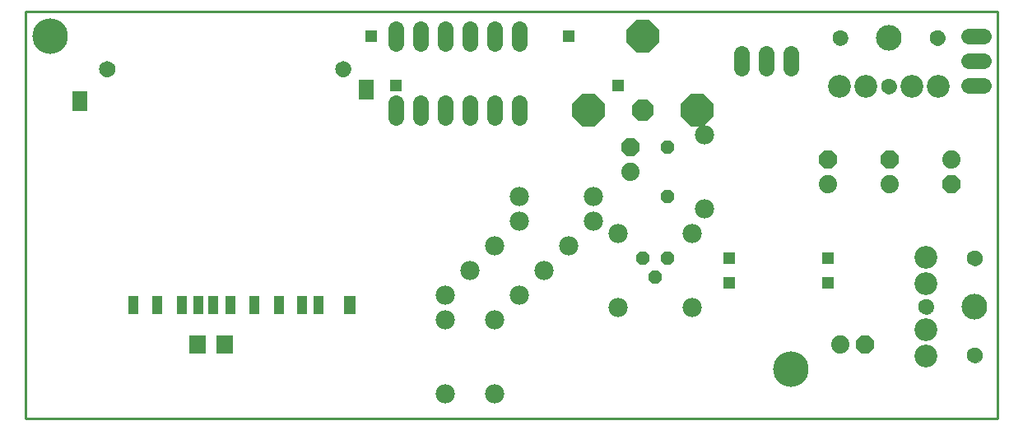
<source format=gts>
G75*
%MOIN*%
%OFA0B0*%
%FSLAX24Y24*%
%IPPOS*%
%LPD*%
%AMOC8*
5,1,8,0,0,1.08239X$1,22.5*
%
%ADD10C,0.0100*%
%ADD11C,0.0640*%
%ADD12R,0.0394X0.0749*%
%ADD13R,0.0591X0.0827*%
%ADD14R,0.0473X0.0749*%
%ADD15C,0.0000*%
%ADD16C,0.0650*%
%ADD17C,0.1440*%
%ADD18C,0.0780*%
%ADD19R,0.0670X0.0749*%
%ADD20OC8,0.0740*%
%ADD21C,0.0740*%
%ADD22OC8,0.0560*%
%ADD23OC8,0.0865*%
%ADD24OC8,0.1310*%
%ADD25C,0.1040*%
%ADD26C,0.0926*%
%ADD27C,0.0631*%
%ADD28R,0.0512X0.0512*%
D10*
X000833Y004500D02*
X000833Y020996D01*
X040203Y020996D01*
X040203Y004500D01*
X000833Y004500D01*
D11*
X015833Y016700D02*
X015833Y017300D01*
X016833Y017300D02*
X016833Y016700D01*
X017833Y016700D02*
X017833Y017300D01*
X018833Y017300D02*
X018833Y016700D01*
X019833Y016700D02*
X019833Y017300D01*
X020833Y017300D02*
X020833Y016700D01*
X020833Y019700D02*
X020833Y020300D01*
X019833Y020300D02*
X019833Y019700D01*
X018833Y019700D02*
X018833Y020300D01*
X017833Y020300D02*
X017833Y019700D01*
X016833Y019700D02*
X016833Y020300D01*
X015833Y020300D02*
X015833Y019700D01*
X029833Y019300D02*
X029833Y018700D01*
X030833Y018700D02*
X030833Y019300D01*
X031833Y019300D02*
X031833Y018700D01*
X039033Y019000D02*
X039633Y019000D01*
X039633Y018000D02*
X039033Y018000D01*
X039033Y020000D02*
X039633Y020000D01*
D12*
X012711Y009106D03*
X012042Y009106D03*
X011089Y009106D03*
X010105Y009106D03*
X009121Y009106D03*
X008432Y009106D03*
X007841Y009106D03*
X007152Y009106D03*
X006168Y009106D03*
X005184Y009106D03*
D13*
X003026Y017374D03*
X014640Y017827D03*
D14*
X013951Y009106D03*
D15*
X013379Y018673D02*
X013381Y018708D01*
X013387Y018742D01*
X013397Y018775D01*
X013410Y018808D01*
X013427Y018838D01*
X013448Y018866D01*
X013471Y018892D01*
X013498Y018915D01*
X013526Y018934D01*
X013557Y018950D01*
X013590Y018963D01*
X013623Y018972D01*
X013658Y018977D01*
X013693Y018978D01*
X013727Y018975D01*
X013762Y018968D01*
X013795Y018957D01*
X013826Y018943D01*
X013856Y018925D01*
X013884Y018904D01*
X013909Y018879D01*
X013931Y018852D01*
X013950Y018823D01*
X013965Y018792D01*
X013977Y018759D01*
X013985Y018725D01*
X013989Y018690D01*
X013989Y018656D01*
X013985Y018621D01*
X013977Y018587D01*
X013965Y018554D01*
X013950Y018523D01*
X013931Y018494D01*
X013909Y018467D01*
X013884Y018442D01*
X013856Y018421D01*
X013826Y018403D01*
X013795Y018389D01*
X013762Y018378D01*
X013727Y018371D01*
X013693Y018368D01*
X013658Y018369D01*
X013623Y018374D01*
X013590Y018383D01*
X013557Y018396D01*
X013526Y018412D01*
X013498Y018431D01*
X013471Y018454D01*
X013448Y018480D01*
X013427Y018508D01*
X013410Y018538D01*
X013397Y018571D01*
X013387Y018604D01*
X013381Y018638D01*
X013379Y018673D01*
X003828Y018673D02*
X003830Y018708D01*
X003836Y018742D01*
X003846Y018775D01*
X003859Y018808D01*
X003876Y018838D01*
X003897Y018866D01*
X003920Y018892D01*
X003947Y018915D01*
X003975Y018934D01*
X004006Y018950D01*
X004039Y018963D01*
X004072Y018972D01*
X004107Y018977D01*
X004142Y018978D01*
X004176Y018975D01*
X004211Y018968D01*
X004244Y018957D01*
X004275Y018943D01*
X004305Y018925D01*
X004333Y018904D01*
X004358Y018879D01*
X004380Y018852D01*
X004399Y018823D01*
X004414Y018792D01*
X004426Y018759D01*
X004434Y018725D01*
X004438Y018690D01*
X004438Y018656D01*
X004434Y018621D01*
X004426Y018587D01*
X004414Y018554D01*
X004399Y018523D01*
X004380Y018494D01*
X004358Y018467D01*
X004333Y018442D01*
X004305Y018421D01*
X004275Y018403D01*
X004244Y018389D01*
X004211Y018378D01*
X004176Y018371D01*
X004142Y018368D01*
X004107Y018369D01*
X004072Y018374D01*
X004039Y018383D01*
X004006Y018396D01*
X003975Y018412D01*
X003947Y018431D01*
X003920Y018454D01*
X003897Y018480D01*
X003876Y018508D01*
X003859Y018538D01*
X003846Y018571D01*
X003836Y018604D01*
X003830Y018638D01*
X003828Y018673D01*
X033530Y019937D02*
X033532Y019971D01*
X033538Y020005D01*
X033548Y020038D01*
X033561Y020069D01*
X033579Y020099D01*
X033599Y020127D01*
X033623Y020152D01*
X033649Y020174D01*
X033677Y020192D01*
X033708Y020208D01*
X033740Y020220D01*
X033774Y020228D01*
X033808Y020232D01*
X033842Y020232D01*
X033876Y020228D01*
X033910Y020220D01*
X033942Y020208D01*
X033972Y020192D01*
X034001Y020174D01*
X034027Y020152D01*
X034051Y020127D01*
X034071Y020099D01*
X034089Y020069D01*
X034102Y020038D01*
X034112Y020005D01*
X034118Y019971D01*
X034120Y019937D01*
X034118Y019903D01*
X034112Y019869D01*
X034102Y019836D01*
X034089Y019805D01*
X034071Y019775D01*
X034051Y019747D01*
X034027Y019722D01*
X034001Y019700D01*
X033973Y019682D01*
X033942Y019666D01*
X033910Y019654D01*
X033876Y019646D01*
X033842Y019642D01*
X033808Y019642D01*
X033774Y019646D01*
X033740Y019654D01*
X033708Y019666D01*
X033677Y019682D01*
X033649Y019700D01*
X033623Y019722D01*
X033599Y019747D01*
X033579Y019775D01*
X033561Y019805D01*
X033548Y019836D01*
X033538Y019869D01*
X033532Y019903D01*
X033530Y019937D01*
X035499Y017969D02*
X035501Y018003D01*
X035507Y018037D01*
X035517Y018070D01*
X035530Y018101D01*
X035548Y018131D01*
X035568Y018159D01*
X035592Y018184D01*
X035618Y018206D01*
X035646Y018224D01*
X035677Y018240D01*
X035709Y018252D01*
X035743Y018260D01*
X035777Y018264D01*
X035811Y018264D01*
X035845Y018260D01*
X035879Y018252D01*
X035911Y018240D01*
X035941Y018224D01*
X035970Y018206D01*
X035996Y018184D01*
X036020Y018159D01*
X036040Y018131D01*
X036058Y018101D01*
X036071Y018070D01*
X036081Y018037D01*
X036087Y018003D01*
X036089Y017969D01*
X036087Y017935D01*
X036081Y017901D01*
X036071Y017868D01*
X036058Y017837D01*
X036040Y017807D01*
X036020Y017779D01*
X035996Y017754D01*
X035970Y017732D01*
X035942Y017714D01*
X035911Y017698D01*
X035879Y017686D01*
X035845Y017678D01*
X035811Y017674D01*
X035777Y017674D01*
X035743Y017678D01*
X035709Y017686D01*
X035677Y017698D01*
X035646Y017714D01*
X035618Y017732D01*
X035592Y017754D01*
X035568Y017779D01*
X035548Y017807D01*
X035530Y017837D01*
X035517Y017868D01*
X035507Y017901D01*
X035501Y017935D01*
X035499Y017969D01*
X037467Y019937D02*
X037469Y019971D01*
X037475Y020005D01*
X037485Y020038D01*
X037498Y020069D01*
X037516Y020099D01*
X037536Y020127D01*
X037560Y020152D01*
X037586Y020174D01*
X037614Y020192D01*
X037645Y020208D01*
X037677Y020220D01*
X037711Y020228D01*
X037745Y020232D01*
X037779Y020232D01*
X037813Y020228D01*
X037847Y020220D01*
X037879Y020208D01*
X037909Y020192D01*
X037938Y020174D01*
X037964Y020152D01*
X037988Y020127D01*
X038008Y020099D01*
X038026Y020069D01*
X038039Y020038D01*
X038049Y020005D01*
X038055Y019971D01*
X038057Y019937D01*
X038055Y019903D01*
X038049Y019869D01*
X038039Y019836D01*
X038026Y019805D01*
X038008Y019775D01*
X037988Y019747D01*
X037964Y019722D01*
X037938Y019700D01*
X037910Y019682D01*
X037879Y019666D01*
X037847Y019654D01*
X037813Y019646D01*
X037779Y019642D01*
X037745Y019642D01*
X037711Y019646D01*
X037677Y019654D01*
X037645Y019666D01*
X037614Y019682D01*
X037586Y019700D01*
X037560Y019722D01*
X037536Y019747D01*
X037516Y019775D01*
X037498Y019805D01*
X037485Y019836D01*
X037475Y019869D01*
X037469Y019903D01*
X037467Y019937D01*
X038975Y011008D02*
X038977Y011042D01*
X038983Y011076D01*
X038993Y011109D01*
X039006Y011140D01*
X039024Y011170D01*
X039044Y011198D01*
X039068Y011223D01*
X039094Y011245D01*
X039122Y011263D01*
X039153Y011279D01*
X039185Y011291D01*
X039219Y011299D01*
X039253Y011303D01*
X039287Y011303D01*
X039321Y011299D01*
X039355Y011291D01*
X039387Y011279D01*
X039417Y011263D01*
X039446Y011245D01*
X039472Y011223D01*
X039496Y011198D01*
X039516Y011170D01*
X039534Y011140D01*
X039547Y011109D01*
X039557Y011076D01*
X039563Y011042D01*
X039565Y011008D01*
X039563Y010974D01*
X039557Y010940D01*
X039547Y010907D01*
X039534Y010876D01*
X039516Y010846D01*
X039496Y010818D01*
X039472Y010793D01*
X039446Y010771D01*
X039418Y010753D01*
X039387Y010737D01*
X039355Y010725D01*
X039321Y010717D01*
X039287Y010713D01*
X039253Y010713D01*
X039219Y010717D01*
X039185Y010725D01*
X039153Y010737D01*
X039122Y010753D01*
X039094Y010771D01*
X039068Y010793D01*
X039044Y010818D01*
X039024Y010846D01*
X039006Y010876D01*
X038993Y010907D01*
X038983Y010940D01*
X038977Y010974D01*
X038975Y011008D01*
X037007Y009039D02*
X037009Y009073D01*
X037015Y009107D01*
X037025Y009140D01*
X037038Y009171D01*
X037056Y009201D01*
X037076Y009229D01*
X037100Y009254D01*
X037126Y009276D01*
X037154Y009294D01*
X037185Y009310D01*
X037217Y009322D01*
X037251Y009330D01*
X037285Y009334D01*
X037319Y009334D01*
X037353Y009330D01*
X037387Y009322D01*
X037419Y009310D01*
X037449Y009294D01*
X037478Y009276D01*
X037504Y009254D01*
X037528Y009229D01*
X037548Y009201D01*
X037566Y009171D01*
X037579Y009140D01*
X037589Y009107D01*
X037595Y009073D01*
X037597Y009039D01*
X037595Y009005D01*
X037589Y008971D01*
X037579Y008938D01*
X037566Y008907D01*
X037548Y008877D01*
X037528Y008849D01*
X037504Y008824D01*
X037478Y008802D01*
X037450Y008784D01*
X037419Y008768D01*
X037387Y008756D01*
X037353Y008748D01*
X037319Y008744D01*
X037285Y008744D01*
X037251Y008748D01*
X037217Y008756D01*
X037185Y008768D01*
X037154Y008784D01*
X037126Y008802D01*
X037100Y008824D01*
X037076Y008849D01*
X037056Y008877D01*
X037038Y008907D01*
X037025Y008938D01*
X037015Y008971D01*
X037009Y009005D01*
X037007Y009039D01*
X038975Y007071D02*
X038977Y007105D01*
X038983Y007139D01*
X038993Y007172D01*
X039006Y007203D01*
X039024Y007233D01*
X039044Y007261D01*
X039068Y007286D01*
X039094Y007308D01*
X039122Y007326D01*
X039153Y007342D01*
X039185Y007354D01*
X039219Y007362D01*
X039253Y007366D01*
X039287Y007366D01*
X039321Y007362D01*
X039355Y007354D01*
X039387Y007342D01*
X039417Y007326D01*
X039446Y007308D01*
X039472Y007286D01*
X039496Y007261D01*
X039516Y007233D01*
X039534Y007203D01*
X039547Y007172D01*
X039557Y007139D01*
X039563Y007105D01*
X039565Y007071D01*
X039563Y007037D01*
X039557Y007003D01*
X039547Y006970D01*
X039534Y006939D01*
X039516Y006909D01*
X039496Y006881D01*
X039472Y006856D01*
X039446Y006834D01*
X039418Y006816D01*
X039387Y006800D01*
X039355Y006788D01*
X039321Y006780D01*
X039287Y006776D01*
X039253Y006776D01*
X039219Y006780D01*
X039185Y006788D01*
X039153Y006800D01*
X039122Y006816D01*
X039094Y006834D01*
X039068Y006856D01*
X039044Y006881D01*
X039024Y006909D01*
X039006Y006939D01*
X038993Y006970D01*
X038983Y007003D01*
X038977Y007037D01*
X038975Y007071D01*
D16*
X013684Y018673D03*
X004133Y018673D03*
D17*
X001833Y020000D03*
X031833Y006500D03*
D18*
X027833Y009000D03*
X024833Y009000D03*
X021833Y010500D03*
X020833Y009500D03*
X019833Y008500D03*
X017833Y008500D03*
X017833Y009500D03*
X018833Y010500D03*
X019833Y011500D03*
X020833Y012500D03*
X020833Y013500D03*
X023833Y013500D03*
X023833Y012500D03*
X024833Y012000D03*
X022833Y011500D03*
X027833Y012000D03*
X028333Y013000D03*
X028333Y016000D03*
X019833Y005500D03*
X017833Y005500D03*
D19*
X008885Y007500D03*
X007782Y007500D03*
D20*
X025333Y015500D03*
X033333Y015000D03*
X035833Y015000D03*
X038333Y014000D03*
X034833Y007500D03*
D21*
X033833Y007500D03*
X033333Y014000D03*
X035833Y014000D03*
X038333Y015000D03*
X025333Y014500D03*
D22*
X026833Y013500D03*
X026833Y015500D03*
X026833Y011000D03*
X025833Y011000D03*
X026333Y010250D03*
D23*
X025833Y017000D03*
D24*
X028033Y017000D03*
X023633Y017000D03*
X025833Y020000D03*
D25*
X035794Y019937D03*
X039270Y009039D03*
D26*
X037302Y008094D03*
X037302Y007031D03*
X037302Y009984D03*
X037302Y011047D03*
X037802Y017969D03*
X036739Y017969D03*
X034849Y017969D03*
X033786Y017969D03*
D27*
X035794Y017969D03*
X037762Y019937D03*
X033825Y019937D03*
X039270Y011008D03*
X037302Y009039D03*
X039270Y007071D03*
D28*
X033333Y010000D03*
X033333Y011000D03*
X029333Y011000D03*
X029333Y010000D03*
X024833Y018000D03*
X022833Y020000D03*
X015833Y018000D03*
X014833Y020000D03*
M02*

</source>
